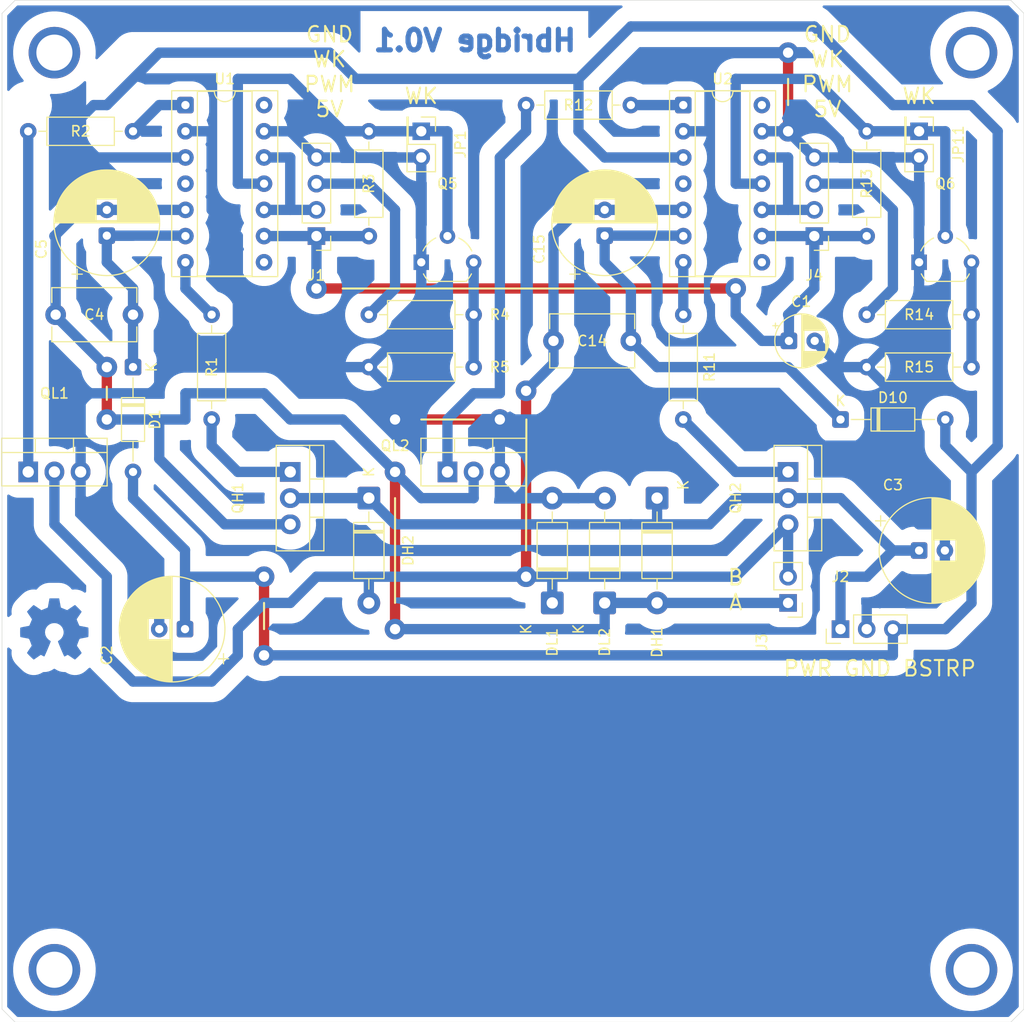
<source format=kicad_pcb>
(kicad_pcb (version 20241229) (generator "pcbnew") (generator_version "9.0")
  (title_block (title "DC MOTOR DRIVER") (date "2025-11-06") (rev "1.0") (comment 2 "Algunos elementos pueden no coincidir con el circuito real, dado que dependiendo el") (comment 3 "Aplicacion: Variador de velocidad de motor BDC.") (comment 4 "Controlador PWM de voltaje con inversion de voltaje"))
  (layers (0 "F.Cu" signal) (2 "B.Cu" signal) (13 "F.Paste" user) (15 "B.Paste" user) (5 "F.SilkS" user "F.Silkscreen") (7 "B.SilkS" user "B.Silkscreen") (1 "F.Mask" user) (3 "B.Mask" user) (25 "Edge.Cuts" user))
  (net 0 "")
  (net 1 "Gnd")
  (net 2 "Net-(D1-K)")
  (net 3 "Vcc")
  (net 4 "Net-(D10-K)")
  (net 5 "A")
  (net 6 "B")
  (net 7 "Vpwr")
  (net 8 "OUT_1_UP")
  (net 9 "OUT_2_UP")
  (net 10 "OUT_2_DW")
  (net 11 "OUT_1_DW")
  (net 12 "Net-(Q5-B)")
  (net 13 "Net-(JP1-A)")
  (net 14 "Net-(U1-HO)")
  (net 15 "Net-(U1-LO)")
  (net 16 "Net-(U2-HO)")
  (net 17 "Net-(U2-LO)")
  (net 24 "Vdd")
  (net 25 "SD1")
  (net 26 "HIN1+LIN1")
  (net 27 "HIN2+LIN2")
  (net 28 "SD2")
  (net 29 "Net-(Q6-B)")
  (net 30 "Net-(JP11-A)")
  (footprint "Connector_PinHeader_2.54mm:PinHeader_1x03_P2.54mm_Vertical" (layer "F.Cu") (at 160.02 114.3 90)
    (property "Reference" "J2")
    (property "Value" "POWER")
  )
  (footprint "Capacitor_THT:CP_Radial_D10.0mm_P2.50mm" (layer "F.Cu") (at 137.16 76.16 90)
    (property "Reference" "C15")
    (property "Value" "100u")
  )
  (footprint "Package_TO_SOT_THT:TO-92_Wide" (layer "F.Cu") (at 119.38 78.74)
    (property "Reference" "Q5")
    (property "Value" "2SC1815")
  )
  (footprint "Capacitor_THT:CP_Radial_D10.0mm_P2.50mm" (layer "F.Cu") (at 88.9 76.16 90)
    (property "Reference" "C5")
    (property "Value" "100u")
  )
  (footprint "Package_TO_SOT_THT:TO-220-3_Vertical" (layer "F.Cu") (at 81.28 99.06)
    (property "Reference" "QL1")
    (property "Value" "IRF540N")
  )
  (footprint "Package_DIP:DIP-14_W7.62mm_Socket" (layer "F.Cu") (at 96.52 63.5)
    (property "Reference" "U1")
    (property "Value" "IR2110")
  )
  (footprint "Diode_THT:D_DO-41_SOD81_P10.16mm_Horizontal" (layer "F.Cu") (at 132.08 111.76 90)
    (property "Reference" "DL1")
    (property "Value" "FR102")
  )
  (footprint "Diode_THT:D_DO-35_SOD27_P10.16mm_Horizontal" (layer "F.Cu") (at 91.44 88.9 -90)
    (property "Reference" "D1")
    (property "Value" "FR107")
  )
  (footprint "Resistor_THT:R_Axial_DIN0207_L6.3mm_D2.5mm_P10.16mm_Horizontal" (layer "F.Cu") (at 114.3 76.2 90)
    (property "Reference" "R3")
    (property "Value" "10k")
  )
  (footprint "Connector_PinHeader_2.54mm:PinHeader_1x02_P2.54mm_Vertical" (layer "F.Cu") (at 154.94 111.76 180)
    (property "Reference" "J3")
    (property "Value" "LOAD")
  )
  (footprint "Diode_THT:D_DO-41_SOD81_P10.16mm_Horizontal" (layer "F.Cu") (at 142.24 101.6 -90)
    (property "Reference" "DH1")
    (property "Value" "FR102")
  )
  (footprint "Connector_PinHeader_2.54mm:PinHeader_1x04_P2.54mm_Vertical" (layer "F.Cu") (at 109.22 76.2 180)
    (property "Reference" "J1")
    (property "Value" "CTRL_R")
  )
  (footprint "Diode_THT:D_DO-41_SOD81_P10.16mm_Horizontal" (layer "F.Cu") (at 137.16 111.76 90)
    (property "Reference" "DL2")
    (property "Value" "FR102")
  )
  (footprint "Package_TO_SOT_THT:TO-92_Wide" (layer "F.Cu") (at 167.64 78.74)
    (property "Reference" "Q6")
    (property "Value" "2SC1815")
  )
  (footprint "Resistor_THT:R_Axial_DIN0207_L6.3mm_D2.5mm_P10.16mm_Horizontal" (layer "F.Cu") (at 91.44 66.04 180)
    (property "Reference" "R2")
    (property "Value" "100")
  )
  (footprint "Resistor_THT:R_Axial_DIN0207_L6.3mm_D2.5mm_P10.16mm_Horizontal" (layer "F.Cu") (at 99.06 83.82 -90)
    (property "Reference" "R1")
    (property "Value" "100")
  )
  (footprint "Resistor_THT:R_Axial_DIN0207_L6.3mm_D2.5mm_P10.16mm_Horizontal" (layer "F.Cu") (at 124.46 83.82 180)
    (property "Reference" "R4")
    (property "Value" "1k")
  )
  (footprint "Resistor_THT:R_Axial_DIN0207_L6.3mm_D2.5mm_P10.16mm_Horizontal" (layer "F.Cu") (at 144.78 83.82 -90)
    (property "Reference" "R11")
    (property "Value" "100")
  )
  (footprint "Capacitor_THT:CP_Radial_D10.0mm_P2.50mm" (layer "F.Cu") (at 96.48 114.3 180)
    (property "Reference" "C2")
    (property "Value" "10u")
  )
  (footprint "Capacitor_THT:C_Disc_D8.0mm_W5.0mm_P7.50mm" (layer "F.Cu") (at 139.7 86.36 180)
    (property "Reference" "C14")
    (property "Value" "47n")
  )
  (footprint "Diode_THT:D_DO-41_SOD81_P10.16mm_Horizontal" (layer "F.Cu") (at 114.3 101.6 -90)
    (property "Reference" "DH2")
    (property "Value" "1N4935")
  )
  (footprint "Package_TO_SOT_THT:TO-220-3_Vertical" (layer "F.Cu") (at 106.68 99.06 -90)
    (property "Reference" "QH1")
    (property "Value" "IRF540N")
  )
  (footprint "Resistor_THT:R_Axial_DIN0207_L6.3mm_D2.5mm_P10.16mm_Horizontal" (layer "F.Cu") (at 162.56 88.9)
    (property "Reference" "R15")
    (property "Value" "10k")
  )
  (footprint "Capacitor_THT:C_Disc_D8.0mm_W5.0mm_P7.50mm" (layer "F.Cu") (at 91.44 83.82 180)
    (property "Reference" "C4")
    (property "Value" "47n")
  )
  (footprint "Resistor_THT:R_Axial_DIN0207_L6.3mm_D2.5mm_P10.16mm_Horizontal" (layer "F.Cu") (at 114.3 88.9)
    (property "Reference" "R5")
    (property "Value" "10k")
  )
  (footprint "Package_DIP:DIP-14_W7.62mm_Socket" (layer "F.Cu") (at 144.78 63.5)
    (property "Reference" "U2")
    (property "Value" "IR2110")
  )
  (footprint "Capacitor_THT:CP_Radial_D5.0mm_P2.50mm" (layer "F.Cu") (at 155.02 86.36)
    (property "Reference" "C1")
    (property "Value" "10u")
  )
  (footprint "Connector_PinHeader_2.54mm:PinHeader_2x01_P2.54mm_Vertical" (layer "F.Cu") (at 167.64 66.04 -90)
    (property "Reference" "JP11")
    (property "Value" "Jumper_2_Small_Open" (hide yes))
  )
  (footprint "Resistor_THT:R_Axial_DIN0207_L6.3mm_D2.5mm_P10.16mm_Horizontal" (layer "F.Cu") (at 139.7 63.5 180)
    (property "Reference" "R12")
    (property "Value" "100")
  )
  (footprint "Resistor_THT:R_Axial_DIN0207_L6.3mm_D2.5mm_P10.16mm_Horizontal" (layer "F.Cu") (at 172.72 83.82 180)
    (property "Reference" "R14")
    (property "Value" "1k")
  )
  (footprint "Diode_THT:D_DO-35_SOD27_P10.16mm_Horizontal" (layer "F.Cu") (at 160.02 93.98)
    (property "Reference" "D10")
    (property "Value" "FR107")
  )
  (footprint "Package_TO_SOT_THT:TO-220-3_Vertical" (layer "F.Cu") (at 154.94 99.06 -90)
    (property "Reference" "QH2")
    (property "Value" "IRF540N")
  )
  (footprint "Connector_PinHeader_2.54mm:PinHeader_2x01_P2.54mm_Vertical" (layer "F.Cu") (at 119.38 66.04 -90)
    (property "Reference" "JP1")
    (property "Value" "Jumper_2_Small_Open" (hide yes))
  )
  (footprint "Resistor_THT:R_Axial_DIN0207_L6.3mm_D2.5mm_P10.16mm_Horizontal" (layer "F.Cu") (at 162.56 76.2 90)
    (property "Reference" "R13")
    (property "Value" "10k")
  )
  (footprint "Package_TO_SOT_THT:TO-220-3_Vertical" (layer "F.Cu") (at 121.92 99.06)
    (property "Reference" "QL2")
    (property "Value" "IRF540N")
  )
  (footprint "Connector_PinHeader_2.54mm:PinHeader_1x04_P2.54mm_Vertical" (layer "F.Cu") (at 157.48 76.2 180)
    (property "Reference" "J4")
    (property "Value" "CTRL_L")
  )
  (footprint "Capacitor_THT:CP_Radial_D10.0mm_P2.50mm" (layer "F.Cu") (at 167.64 106.68)
    (property "Reference" "C3")
    (property "Value" "10u")
  )
  (footprint "Symbol:OSHW-Symbol_6.7x6mm_Copper" (layer "B.Cu") (at 83.82 114.3 180)
    (property "Reference" "OSHW1" (hide yes))
    (property "Value" "OSHW-Symbol_6.7x6mm_Copper" (hide yes))
  )
  (gr_line (start 111.76 81.28) (end 147.32 81.28) (stroke (width 0.2)) (layer "F.SilkS"))
  (gr_line (start 124.46 93.98) (end 119.38 93.98) (stroke (width 0.2)) (layer "F.SilkS"))
  (gr_line (start 154.94 63.5) (end 154.94 60.96) (stroke (width 0.2)) (layer "F.SilkS"))
  (gr_line (start 104.14 114.3) (end 104.14 111.76) (stroke (width 0.2)) (layer "F.SilkS"))
  (gr_line (start 88.9 90.805) (end 88.9 92.075) (stroke (width 0.2)) (layer "F.SilkS"))
  (gr_line (start 129.54 106.68) (end 129.57 93.98) (stroke (width 0.2)) (layer "F.SilkS"))
  (gr_line (start 116.84 111.76) (end 116.84 101.6) (stroke (width 0.2)) (layer "F.SilkS"))
  (gr_line (start 177.8 54.61) (end 176.53 53.34) (stroke (width 0.05)) (layer "Edge.Cuts"))
  (gr_line (start 78.74 54.61) (end 78.74 151.13) (stroke (width 0.05)) (layer "Edge.Cuts"))
  (gr_line (start 176.53 53.34) (end 81.28 53.34) (stroke (width 0.05)) (layer "Edge.Cuts"))
  (gr_line (start 80.01 152.4) (end 176.53 152.4) (stroke (width 0.05)) (layer "Edge.Cuts"))
  (gr_line (start 80.01 53.34) (end 78.74 54.61) (stroke (width 0.05)) (layer "Edge.Cuts"))
  (gr_line (start 177.8 151.13) (end 177.8 54.61) (stroke (width 0.05)) (layer "Edge.Cuts"))
  (gr_line (start 176.53 152.4) (end 177.8 151.13) (stroke (width 0.05)) (layer "Edge.Cuts"))
  (gr_line (start 78.74 151.13) (end 80.01 152.4) (stroke (width 0.05)) (layer "Edge.Cuts"))
  (gr_line (start 81.28 53.34) (end 80.01 53.34) (stroke (width 0.05)) (layer "Edge.Cuts"))
  (gr_text "Hbridge V0.1" (at 134.62 58.42 0) (layer "B.Cu") (effects (font (size 2 2) (thickness 0.5) (bold yes)) (justify left bottom mirror)))
  (gr_text "WK" (at 167.64 63.5 0) (layer "F.SilkS") (effects (font (size 1.5 1.5) (thickness 0.2)) (justify bottom)))
  (gr_text "GND\nWK\nPWM\n5V" (at 158.75 64.77 0) (layer "F.SilkS") (effects (font (size 1.5 1.5) (thickness 0.2)) (justify bottom)))
  (gr_text "WK" (at 119.38 63.5 0) (layer "F.SilkS") (effects (font (size 1.5 1.5) (thickness 0.2)) (justify bottom)))
  (gr_text "GND\nWK\nPWM\n5V" (at 110.49 64.77 0) (layer "F.SilkS") (effects (font (size 1.5 1.5) (thickness 0.2)) (justify bottom)))
  (gr_text "PWR GND BSTRP" (at 163.83 118.11 0) (layer "F.SilkS") (effects (font (size 1.5 1.5) (thickness 0.2))))
  (gr_text "B\nA\n" (at 149.86 110.49 0) (layer "F.SilkS") (effects (font (size 1.5 1.5) (thickness 0.2))))
  (via (at 172.72 147.32) (size 5) (drill 3.5) (layers "F.Cu" "B.Cu") (net 0))
  (via (at 172.72 58.42) (size 5) (drill 3.5) (layers "F.Cu" "B.Cu") (net 0))
  (via (at 83.82 147.32) (size 5) (drill 3.5) (layers "F.Cu" "B.Cu") (net 0))
  (via (at 83.82 58.42) (size 5) (drill 3.5) (layers "F.Cu" "B.Cu") (net 0))
  (segment (start 127 93.98) (end 116.84 93.98) (width 1) (layer "F.Cu") (net 1))
  (segment (start 154.94 58.42) (end 154.94 66.04) (width 1) (layer "F.Cu") (net 1))
  (via (at 116.84 93.98) (size 2) (drill 1) (layers "F.Cu" "B.Cu") (net 1))
  (via (at 154.94 66.04) (size 2) (drill 1) (layers "F.Cu" "B.Cu") (net 1))
  (via (at 154.94 58.42) (size 2) (drill 1) (layers "F.Cu" "B.Cu") (net 1))
  (via (at 127 93.98) (size 2) (drill 1) (layers "F.Cu" "B.Cu") (net 1))
  (segment (start 132.08 101.6) (end 134.62 101.6) (width 1) (layer "B.Cu") (net 1))
  (segment (start 160.02 88.9) (end 160.02 88.86) (width 1) (layer "B.Cu") (net 1))
  (segment (start 116.84 91.44) (end 116.84 93.98) (width 1) (layer "B.Cu") (net 1))
  (segment (start 106.68 66.04) (end 104.14 66.04) (width 1) (layer "B.Cu") (net 1))
  (segment (start 101.6 76.2) (end 99.06 73.66) (width 1) (layer "B.Cu") (net 1))
  (segment (start 165.1 101.6) (end 165.1 91.44) (width 1) (layer "B.Cu") (net 1))
  (segment (start 137.16 101.6) (end 134.62 101.6) (width 1) (layer "B.Cu") (net 1))
  (segment (start 137.16 91.44) (end 152.4 91.44) (width 1) (layer "B.Cu") (net 1))
  (segment (start 147.32 58.42) (end 154.94 58.42) (width 1) (layer "B.Cu") (net 1))
  (segment (start 119.38 68.58) (end 119.38 78.74) (width 1) (layer "B.Cu") (net 1))
  (segment (start 144.78 66.04) (end 147.32 66.04) (width 1) (layer "B.Cu") (net 1))
  (segment (start 167.64 111.76) (end 170.18 109.22) (width 1) (layer "B.Cu") (net 1))
  (segment (start 109.22 68.58) (end 106.68 66.04) (width 1) (layer "B.Cu") (net 1))
  (segment (start 127 101.6) (end 132.08 101.6) (width 1) (layer "B.Cu") (net 1))
  (segment (start 119.38 78.74) (end 119.38 83.82) (width 1) (layer "B.Cu") (net 1))
  (segment (start 167.64 104.14) (end 165.1 101.6) (width 1) (layer "B.Cu") (net 1))
  (segment (start 167.64 83.82) (end 167.64 78.74) (width 1) (layer "B.Cu") (net 1))
  (segment (start 170.14 104.18) (end 170.14 106.68) (width 1) (layer "B.Cu") (net 1))
  (segment (start 104.14 88.9) (end 101.6 86.36) (width 1) (layer "B.Cu") (net 1))
  (segment (start 165.1 91.44) (end 162.56 88.9) (width 1) (layer "B.Cu") (net 1))
  (segment (start 127 101.6) (end 127 99.06) (width 1) (layer "B.Cu") (net 1))
  (segment (start 114.3 88.9) (end 104.14 88.9) (width 1) (layer "B.Cu") (net 1))
  (segment (start 86.36 91.44) (end 93.98 91.44) (width 1) (layer "B.Cu") (net 1))
  (segment (start 154.94 66.04) (end 152.4 66.04) (width 1) (layer "B.Cu") (net 1))
  (segment (start 170.18 109.22) (end 170.14 109.18) (width 1) (layer "B.Cu") (net 1))
  (segment (start 157.48 68.58) (end 154.94 66.04) (width 1) (layer "B.Cu") (net 1))
  (segment (start 162.56 111.76) (end 167.64 111.76) (width 1) (layer "B.Cu") (net 1))
  (segment (start 93.98 88.9) (end 96.52 86.36) (width 1) (layer "B.Cu") (net 1))
  (segment (start 147.32 66.04) (end 147.32 58.42) (width 1) (layer "B.Cu") (net 1))
  (segment (start 93.98 91.44) (end 93.98 88.9) (width 1) (layer "B.Cu") (net 1))
  (segment (start 96.52 86.36) (end 101.6 86.36) (width 1) (layer "B.Cu") (net 1))
  (segment (start 152.4 91.44) (end 157.48 96.52) (width 1) (layer "B.Cu") (net 1))
  (segment (start 163.1605 96.52) (end 165.1 98.4595) (width 1) (layer "B.Cu") (net 1))
  (segment (start 165.1 98.4595) (end 165.1 100.399) (width 1) (layer "B.Cu") (net 1))
  (segment (start 134.62 93.98) (end 137.16 91.44) (width 1) (layer "B.Cu") (net 1))
  (segment (start 109.22 68.58) (end 119.38 68.58) (width 1) (layer "B.Cu") (net 1))
  (segment (start 99.06 73.66) (end 99.06 66.04) (width 1) (layer "B.Cu") (net 1))
  (segment (start 101.6 86.36) (end 101.6 76.2) (width 1) (layer "B.Cu") (net 1))
  (segment (start 86.36 99.06) (end 86.36 101.6) (width 1) (layer "B.Cu") (net 1))
  (segment (start 114.3 88.9) (end 116.84 91.44) (width 1) (layer "B.Cu") (net 1))
  (segment (start 160.02 88.86) (end 157.52 86.36) (width 1) (layer "B.Cu") (net 1))
  (segment (start 167.64 83.82) (end 162.56 88.9) (width 1) (layer "B.Cu") (net 1))
  (segment (start 127 100.33) (end 128.27 101.6) (width 1) (layer "B.Cu") (net 1))
  (segment (start 157.48 96.52) (end 163.1605 96.52) (width 1) (layer "B.Cu") (net 1))
  (segment (start 157.48 68.58) (end 167.64 68.58) (width 1) (layer "B.Cu") (net 1))
  (segment (start 119.38 83.82) (end 114.3 88.9) (width 1) (layer "B.Cu") (net 1))
  (segment (start 162.56 114.3) (end 162.56 111.76) (width 1) (layer "B.Cu") (net 1))
  (segment (start 170.18 104.14) (end 167.64 104.14) (width 1) (layer "B.Cu") (net 1))
  (segment (start 86.36 101.6) (end 93.98 109.22) (width 1) (layer "B.Cu") (net 1))
  (segment (start 93.98 109.22) (end 93.98 114.3) (width 1) (layer "B.Cu") (net 1))
  (segment (start 127 93.98) (end 134.62 93.98) (width 1) (layer "B.Cu") (net 1))
  (segment (start 128.27 101.6) (end 134.62 101.6) (width 1) (layer "B.Cu") (net 1))
  (segment (start 86.36 99.06) (end 86.36 91.44) (width 1) (layer "B.Cu") (net 1))
  (segment (start 160.02 88.9) (end 162.56 88.9) (width 1) (layer "B.Cu") (net 1))
  (segment (start 167.64 68.58) (end 167.64 78.74) (width 1) (layer "B.Cu") (net 1))
  (segment (start 170.18 104.14) (end 170.14 104.18) (width 1) (layer "B.Cu") (net 1))
  (segment (start 170.14 109.18) (end 170.14 106.68) (width 1) (layer "B.Cu") (net 1))
  (segment (start 99.06 66.04) (end 96.52 66.04) (width 1) (layer "B.Cu") (net 1))
  (segment (start 127 93.98) (end 127 100.33) (width 1) (layer "B.Cu") (net 1))
  (segment (start 88.9 76.16) (end 91.44 76.16) (width 1) (layer "B.Cu") (net 2))
  (segment (start 91.44 81.28) (end 88.9 78.74) (width 1) (layer "B.Cu") (net 2))
  (segment (start 96.48 76.16) (end 96.52 76.2) (width 1) (layer "B.Cu") (net 2))
  (segment (start 91.44 88.9) (end 91.44 83.82) (width 1) (layer "B.Cu") (net 2))
  (segment (start 88.9 76.16) (end 96.48 76.16) (width 1) (layer "B.Cu") (net 2))
  (segment (start 88.9 78.74) (end 88.9 76.16) (width 1) (layer "B.Cu") (net 2))
  (segment (start 91.44 83.82) (end 91.44 81.28) (width 1) (layer "B.Cu") (net 2))
  (segment (start 104.14 109.22) (end 104.14 116.84) (width 1) (layer "F.Cu") (net 3))
  (via (at 104.14 109.22) (size 2) (drill 1) (layers "F.Cu" "B.Cu") (net 3))
  (via (at 104.14 116.84) (size 2) (drill 1) (layers "F.Cu" "B.Cu") (net 3))
  (segment (start 165.1 63.5) (end 157.48 55.88) (width 1) (layer "B.Cu") (net 3))
  (segment (start 157.48 55.88) (end 139.7 55.88) (width 1) (layer "B.Cu") (net 3))
  (segment (start 87.63 63.5) (end 86.36 64.77) (width 1) (layer "B.Cu") (net 3))
  (segment (start 172.72 63.5) (end 165.1 63.5) (width 1) (layer "B.Cu") (net 3))
  (segment (start 93.98 58.42) (end 88.9 63.5) (width 1) (layer "B.Cu") (net 3))
  (segment (start 170.18 96.52) (end 172.72 99.06) (width 1) (layer "B.Cu") (net 3))
  (segment (start 110.49 58.42) (end 93.98 58.42) (width 1) (layer "B.Cu") (net 3))
  (segment (start 96.48 109.22) (end 96.48 106.64) (width 1) (layer "B.Cu") (net 3))
  (segment (start 170.18 114.3) (end 165.1 114.3) (width 1) (layer "B.Cu") (net 3))
  (segment (start 96.48 109.22) (end 104.14 109.22) (width 1) (layer "B.Cu") (net 3))
  (segment (start 88.9 63.5) (end 87.63 63.5) (width 1) (layer "B.Cu") (net 3))
  (segment (start 96.48 114.3) (end 96.48 109.22) (width 1) (layer "B.Cu") (net 3))
  (segment (start 175.26 96.52) (end 175.26 66.04) (width 1) (layer "B.Cu") (net 3))
  (segment (start 139.7 55.88) (end 134.62 60.96) (width 1) (layer "B.Cu") (net 3))
  (segment (start 134.62 66.04) (end 134.62 60.96) (width 1) (layer "B.Cu") (net 3))
  (segment (start 113.03 60.96) (end 110.49 58.42) (width 1) (layer "B.Cu") (net 3))
  (segment (start 87.63 68.58) (end 96.52 68.58) (width 1) (layer "B.Cu") (net 3))
  (segment (start 172.72 99.06) (end 175.26 96.52) (width 1) (layer "B.Cu") (net 3))
  (segment (start 144.78 68.58) (end 137.16 68.58) (width 1) (layer "B.Cu") (net 3))
  (segment (start 86.36 64.77) (end 86.36 67.31) (width 1) (layer "B.Cu") (net 3))
  (segment (start 86.36 67.31) (end 87.63 68.58) (width 1) (layer "B.Cu") (net 3))
  (segment (start 165.1 116.84) (end 165.1 114.3) (width 1) (layer "B.Cu") (net 3))
  (segment (start 172.72 99.06) (end 172.72 111.76) (width 1) (layer "B.Cu") (net 3))
  (segment (start 137.16 68.58) (end 134.62 66.04) (width 1) (layer "B.Cu") (net 3))
  (segment (start 96.48 106.64) (end 91.44 101.6) (width 1) (layer "B.Cu") (net 3))
  (segment (start 170.18 93.98) (end 170.18 96.52) (width 1) (layer "B.Cu") (net 3))
  (segment (start 165.1 116.84) (end 104.14 116.84) (width 1) (layer "B.Cu") (net 3))
  (segment (start 91.44 101.6) (end 91.44 99.06) (width 1) (layer "B.Cu") (net 3))
  (segment (start 172.72 111.76) (end 170.18 114.3) (width 1) (layer "B.Cu") (net 3))
  (segment (start 175.26 66.04) (end 172.72 63.5) (width 1) (layer "B.Cu") (net 3))
  (segment (start 134.62 60.96) (end 113.03 60.96) (width 1) (layer "B.Cu") (net 3))
  (segment (start 142.24 88.9) (end 139.7 86.36) (width 1) (layer "B.Cu") (net 4))
  (segment (start 139.7 86.36) (end 139.7 81.28) (width 1) (layer "B.Cu") (net 4))
  (segment (start 160.02 93.98) (end 154.94 88.9) (width 1) (layer "B.Cu") (net 4))
  (segment (start 144.74 76.16) (end 144.78 76.2) (width 1) (layer "B.Cu") (net 4))
  (segment (start 154.94 88.9) (end 142.24 88.9) (width 1) (layer "B.Cu") (net 4))
  (segment (start 139.7 81.28) (end 137.16 78.74) (width 1) (layer "B.Cu") (net 4))
  (segment (start 137.16 78.74) (end 137.16 76.16) (width 1) (layer "B.Cu") (net 4))
  (segment (start 137.16 76.16) (end 144.74 76.16) (width 1) (layer "B.Cu") (net 4))
  (segment (start 116.84 114.3) (end 116.84 99.06) (width 1) (layer "F.Cu") (net 5))
  (segment (start 88.9 88.9) (end 88.9 93.98) (width 1) (layer "F.Cu") (net 5))
  (via (at 116.84 114.3) (size 2) (drill 1) (layers "F.Cu" "B.Cu") (net 5))
  (via (at 88.9 93.98) (size 2) (drill 1) (layers "F.Cu" "B.Cu") (net 5))
  (via (at 116.84 99.06) (size 2) (drill 1) (layers "F.Cu" "B.Cu") (net 5))
  (via (at 88.9 88.9) (size 2) (drill 1) (layers "F.Cu" "B.Cu") (net 5))
  (segment (start 106.68 93.98) (end 111.76 93.98) (width 1) (layer "B.Cu") (net 5))
  (segment (start 93.98 97.79) (end 93.98 93.98) (width 1) (layer "B.Cu") (net 5))
  (segment (start 104.14 91.44) (end 106.68 93.98) (width 1) (layer "B.Cu") (net 5))
  (segment (start 116.84 99.06) (end 119.38 101.6) (width 1) (layer "B.Cu") (net 5))
  (segment (start 142.24 111.76) (end 154.94 111.76) (width 1) (layer "B.Cu") (net 5))
  (segment (start 137.16 114.3) (end 116.84 114.3) (width 1) (layer "B.Cu") (net 5))
  (segment (start 86.36 73.66) (end 88.9 73.66) (width 1) (layer "B.Cu") (net 5))
  (segment (start 83.94 76.32) (end 83.82 76.2) (width 1) (layer "B.Cu") (net 5))
  (segment (start 96.52 91.44) (end 96.52 93.98) (width 1) (layer "B.Cu") (net 5))
  (segment (start 100.33 104.14) (end 93.98 97.79) (width 1) (layer "B.Cu") (net 5))
  (segment (start 106.68 104.14) (end 100.33 104.14) (width 1) (layer "B.Cu") (net 5))
  (segment (start 83.94 83.82) (end 83.94 76.32) (width 1) (layer "B.Cu") (net 5))
  (segment (start 83.94 83.82) (end 83.94 83.94) (width 1) (layer "B.Cu") (net 5))
  (segment (start 119.38 101.6) (end 124.46 101.6) (width 1) (layer "B.Cu") (net 5))
  (segment (start 137.16 111.76) (end 142.24 111.76) (width 1) (layer "B.Cu") (net 5))
  (segment (start 83.82 76.2) (end 86.36 73.66) (width 1) (layer "B.Cu") (net 5))
  (segment (start 93.98 93.98) (end 96.52 93.98) (width 1) (layer "B.Cu") (net 5))
  (segment (start 83.94 83.94) (end 88.9 88.9) (width 1) (layer "B.Cu") (net 5))
  (segment (start 96.52 73.66) (end 88.9 73.66) (width 1) (layer "B.Cu") (net 5))
  (segment (start 124.46 101.6) (end 124.46 99.06) (width 1) (layer "B.Cu") (net 5))
  (segment (start 137.16 111.76) (end 137.16 114.3) (width 1) (layer "B.Cu") (net 5))
  (segment (start 93.98 93.98) (end 88.9 93.98) (width 1) (layer "B.Cu") (net 5))
  (segment (start 96.52 91.44) (end 104.14 91.44) (width 1) (layer "B.Cu") (net 5))
  (segment (start 111.76 93.98) (end 116.84 99.06) (width 1) (layer "B.Cu") (net 5))
  (segment (start 129.54 91.2) (end 129.54 109.22) (width 1) (layer "F.Cu") (net 6))
  (via (at 129.54 91.2) (size 2) (drill 1) (layers "F.Cu" "B.Cu") (net 6))
  (via (at 129.54 109.22) (size 2) (drill 1) (layers "F.Cu" "B.Cu") (net 6))
  (segment (start 101.6 114.3) (end 101.6 116.84) (width 1) (layer "B.Cu") (net 6))
  (segment (start 101.6 116.84) (end 99.06 119.38) (width 1) (layer "B.Cu") (net 6))
  (segment (start 137.16 73.66) (end 144.78 73.66) (width 1) (layer "B.Cu") (net 6))
  (segment (start 114.3 111.76) (end 114.3 109.22) (width 1) (layer "B.Cu") (net 6))
  (segment (start 154.94 109.22) (end 154.94 104.14) (width 1) (layer "B.Cu") (net 6))
  (segment (start 149.86 109.22) (end 154.94 104.14) (width 1) (layer "B.Cu") (net 6))
  (segment (start 132.08 109.22) (end 129.54 109.22) (width 1) (layer "B.Cu") (net 6))
  (segment (start 88.9 116.84) (end 88.9 109.22) (width 1) (layer "B.Cu") (net 6))
  (segment (start 129.54 109.22) (end 109.22 109.22) (width 1) (layer "B.Cu") (net 6))
  (segment (start 132.2 76.08) (end 134.62 73.66) (width 1) (layer "B.Cu") (net 6))
  (segment (start 129.54 91.2) (end 132.2 88.54) (width 1) (layer "B.Cu") (net 6))
  (segment (start 83.82 104.14) (end 83.82 99.06) (width 1) (layer "B.Cu") (net 6))
  (segment (start 104.14 111.76) (end 101.6 114.3) (width 1) (layer "B.Cu") (net 6))
  (segment (start 88.9 109.22) (end 83.82 104.14) (width 1) (layer "B.Cu") (net 6))
  (segment (start 132.2 88.54) (end 132.2 76.08) (width 1) (layer "B.Cu") (net 6))
  (segment (start 134.62 73.66) (end 137.16 73.66) (width 1) (layer "B.Cu") (net 6))
  (segment (start 132.08 111.76) (end 132.08 109.22) (width 1) (layer "B.Cu") (net 6))
  (segment (start 99.06 119.38) (end 91.44 119.38) (width 1) (layer "B.Cu") (net 6))
  (segment (start 109.22 109.22) (end 106.68 111.76) (width 1) (layer "B.Cu") (net 6))
  (segment (start 132.08 109.22) (end 149.86 109.22) (width 1) (layer "B.Cu") (net 6))
  (segment (start 91.44 119.38) (end 88.9 116.84) (width 1) (layer "B.Cu") (net 6))
  (segment (start 106.68 111.76) (end 104.14 111.76) (width 1) (layer "B.Cu") (net 6))
  (segment (start 160.02 101.6) (end 154.94 101.6) (width 1) (layer "B.Cu") (net 7))
  (segment (start 142.24 104.14) (end 139.7 104.14) (width 1) (layer "B.Cu") (net 7))
  (segment (start 162.56 109.22) (end 160.02 109.22) (width 1) (layer "B.Cu") (net 7))
  (segment (start 114.3 101.6) (end 106.68 101.6) (width 1) (layer "B.Cu") (net 7))
  (segment (start 139.7 104.14) (end 116.84 104.14) (width 1) (layer "B.Cu") (net 7))
  (segment (start 165.1 106.68) (end 160.02 101.6) (width 1) (layer "B.Cu") (net 7))
  (segment (start 167.293446 106.68) (end 165.1 106.68) (width 1) (layer "B.Cu") (net 7))
  (segment (start 154.94 101.6) (end 149.86 101.6) (width 1) (layer "B.Cu") (net 7))
  (segment (start 165.1 106.68) (end 162.56 109.22) (width 1) (layer "B.Cu") (net 7))
  (segment (start 149.86 101.6) (end 147.32 104.14) (width 1) (layer "B.Cu") (net 7))
  (segment (start 160.02 109.22) (end 160.02 114.3) (width 1) (layer "B.Cu") (net 7))
  (segment (start 167.64 106.68) (end 165.1 106.68) (width 1) (layer "B.Cu") (net 7))
  (segment (start 116.84 104.14) (end 114.3 101.6) (width 1) (layer "B.Cu") (net 7))
  (segment (start 142.24 101.6) (end 142.24 104.14) (width 1) (layer "B.Cu") (net 7))
  (segment (start 147.32 104.14) (end 142.24 104.14) (width 1) (layer "B.Cu") (net 7))
  (segment (start 101.6 99.06) (end 99.06 96.52) (width 1) (layer "B.Cu") (net 8))
  (segment (start 99.06 96.52) (end 99.06 93.98) (width 1) (layer "B.Cu") (net 8))
  (segment (start 106.68 99.06) (end 101.6 99.06) (width 1) (layer "B.Cu") (net 8))
  (segment (start 154.94 99.06) (end 149.86 99.06) (width 1) (layer "B.Cu") (net 9))
  (segment (start 149.86 99.06) (end 144.78 93.98) (width 1) (layer "B.Cu") (net 9))
  (segment (start 129.54 63.5) (end 129.54 66.04) (width 1) (layer "B.Cu") (net 10))
  (segment (start 129.54 66.04) (end 127 68.58) (width 1) (layer "B.Cu") (net 10))
  (segment (start 124.46 91.44) (end 121.92 93.98) (width 1) (layer "B.Cu") (net 10))
  (segment (start 127 68.58) (end 127 91.44) (width 1) (layer "B.Cu") (net 10))
  (segment (start 121.92 93.98) (end 121.92 99.06) (width 1) (layer "B.Cu") (net 10))
  (segment (start 127 91.44) (end 124.46 91.44) (width 1) (layer "B.Cu") (net 10))
  (segment (start 81.28 66.04) (end 81.28 99.06) (width 1) (layer "B.Cu") (net 11))
  (segment (start 124.46 88.9) (end 124.46 83.82) (width 1) (layer "B.Cu") (net 12))
  (segment (start 124.46 83.82) (end 124.46 78.74) (width 1) (layer "B.Cu") (net 12))
  (segment (start 121.92 76.2) (end 121.92 66.04) (width 1) (layer "B.Cu") (net 13))
  (segment (start 114.3 66.04) (end 111.76 66.04) (width 1) (layer "B.Cu") (net 13))
  (segment (start 106.68 60.96) (end 101.6 60.96) (width 1) (layer "B.Cu") (net 13))
  (segment (start 111.76 66.04) (end 106.68 60.96) (width 1) (layer "B.Cu") (net 13))
  (segment (start 101.6 71.12) (end 104.14 71.12) (width 1) (layer "B.Cu") (net 13))
  (segment (start 119.38 66.04) (end 121.92 66.04) (width 1) (layer "B.Cu") (net 13))
  (segment (start 119.38 66.04) (end 114.3 66.04) (width 1) (layer "B.Cu") (net 13))
  (segment (start 101.6 60.96) (end 101.6 71.12) (width 1) (layer "B.Cu") (net 13))
  (segment (start 96.52 81.28) (end 96.52 78.74) (width 1) (layer "B.Cu") (net 14))
  (segment (start 99.06 83.82) (end 96.52 81.28) (width 1) (layer "B.Cu") (net 14))
  (segment (start 93.98 63.5) (end 96.52 63.5) (width 1) (layer "B.Cu") (net 15))
  (segment (start 91.44 66.04) (end 93.98 63.5) (width 1) (layer "B.Cu") (net 15))
  (segment (start 144.78 83.82) (end 144.78 78.74) (width 1) (layer "B.Cu") (net 16))
  (segment (start 139.7 63.5) (end 144.78 63.5) (width 1) (layer "B.Cu") (net 17))
  (segment (start 109.22 81.28) (end 149.86 81.28) (width 1) (layer "F.Cu") (net 24))
  (via (at 149.86 81.28) (size 2) (drill 1) (layers "F.Cu" "B.Cu") (net 24))
  (via (at 109.22 81.28) (size 2) (drill 1) (layers "F.Cu" "B.Cu") (net 24))
  (segment (start 154.94 83.82) (end 157.48 81.28) (width 1) (layer "B.Cu") (net 24))
  (segment (start 155.02 86.36) (end 155.02 83.9) (width 1) (layer "B.Cu") (net 24))
  (segment (start 157.48 81.28) (end 157.48 76.2) (width 1) (layer "B.Cu") (net 24))
  (segment (start 114.3 76.2) (end 109.22 76.2) (width 1) (layer "B.Cu") (net 24))
  (segment (start 157.48 76.2) (end 152.4 76.2) (width 1) (layer "B.Cu") (net 24))
  (segment (start 155.02 83.9) (end 154.94 83.82) (width 1) (layer "B.Cu") (net 24))
  (segment (start 104.14 76.2) (end 109.22 76.2) (width 1) (layer "B.Cu") (net 24))
  (segment (start 149.86 83.82) (end 149.86 81.28) (width 1) (layer "B.Cu") (net 24))
  (segment (start 152.4 86.36) (end 149.86 83.82) (width 1) (layer "B.Cu") (net 24))
  (segment (start 162.56 76.2) (end 157.48 76.2) (width 1) (layer "B.Cu") (net 24))
  (segment (start 155.02 86.36) (end 152.4 86.36) (width 1) (layer "B.Cu") (net 24))
  (segment (start 109.22 76.2) (end 109.22 81.28) (width 1) (layer "B.Cu") (net 24))
  (segment (start 114.3 71.12) (end 116.84 73.66) (width 1) (layer "B.Cu") (net 25))
  (segment (start 116.84 73.66) (end 116.84 81.28) (width 1) (layer "B.Cu") (net 25))
  (segment (start 116.84 81.28) (end 114.3 83.82) (width 1) (layer "B.Cu") (net 25))
  (segment (start 109.22 71.12) (end 114.3 71.12) (width 1) (layer "B.Cu") (net 25))
  (segment (start 109.22 73.66) (end 106.68 73.66) (width 1) (layer "B.Cu") (net 26))
  (segment (start 106.68 73.66) (end 104.14 73.66) (width 1) (layer "B.Cu") (net 26))
  (segment (start 104.14 68.58) (end 106.68 68.58) (width 1) (layer "B.Cu") (net 26))
  (segment (start 106.68 68.58) (end 106.68 73.66) (width 1) (layer "B.Cu") (net 26))
  (segment (start 154.94 68.58) (end 154.94 73.66) (width 1) (layer "B.Cu") (net 27))
  (segment (start 154.94 73.66) (end 152.4 73.66) (width 1) (layer "B.Cu") (net 27))
  (segment (start 157.48 73.66) (end 154.94 73.66) (width 1) (layer "B.Cu") (net 27))
  (segment (start 152.4 68.58) (end 154.94 68.58) (width 1) (layer "B.Cu") (net 27))
  (segment (start 165.1 81.28) (end 165.1 73.66) (width 1) (layer "B.Cu") (net 28))
  (segment (start 162.56 71.12) (end 157.48 71.12) (width 1) (layer "B.Cu") (net 28))
  (segment (start 162.56 83.82) (end 165.1 81.28) (width 1) (layer "B.Cu") (net 28))
  (segment (start 165.1 73.66) (end 162.56 71.12) (width 1) (layer "B.Cu") (net 28))
  (segment (start 172.72 78.74) (end 172.72 83.82) (width 1) (layer "B.Cu") (net 29))
  (segment (start 172.72 88.9) (end 172.72 83.82) (width 1) (layer "B.Cu") (net 29))
  (segment (start 149.86 71.12) (end 149.86 60.96) (width 1) (layer "B.Cu") (net 30))
  (segment (start 167.64 66.04) (end 162.56 66.04) (width 1) (layer "B.Cu") (net 30))
  (segment (start 170.18 66.04) (end 167.64 66.04) (width 1) (layer "B.Cu") (net 30))
  (segment (start 152.4 71.12) (end 149.86 71.12) (width 1) (layer "B.Cu") (net 30))
  (segment (start 157.48 60.96) (end 162.56 66.04) (width 1) (layer "B.Cu") (net 30))
  (segment (start 170.18 76.2) (end 170.18 66.04) (width 1) (layer "B.Cu") (net 30))
  (segment (start 149.86 60.96) (end 157.48 60.96) (width 1) (layer "B.Cu") (net 30))
  (zone (net 1) (net_name "Gnd") (layer "B.Cu") (connect_pads no (clearance 1.5)) (min_thickness 0.25) (fill yes (thermal_gap 0.5) (thermal_bridge_width 0.5) (island_removal_mode 1) (island_area_min 10))
    (polygon (pts (xy 177.8 152.4) (xy 177.8 53.34) (xy 78.74 53.34) (xy 78.74 152.4)))
  )
)
</source>
